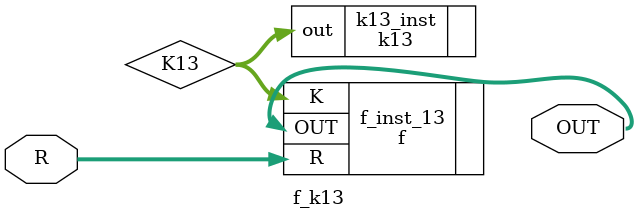
<source format=v>
/**
 * Round function del round 13: funzione f(R, K)
 *
 * Utilizza R12 del round precedente e K13
 * per calcolare il valore (facendo lo XOR con L12) di R13.
*/

module f_k13(
    input [32:1] R,
    output [32:1] OUT
);

    wire [48:1] K13;
    k13 k13_inst(
        .out(K13[48:1])
    );

    f f_inst_13(
        .R(R[32:1]),
        .K(K13[48:1]),
        .OUT(OUT[32:1])
    );
endmodule

</source>
